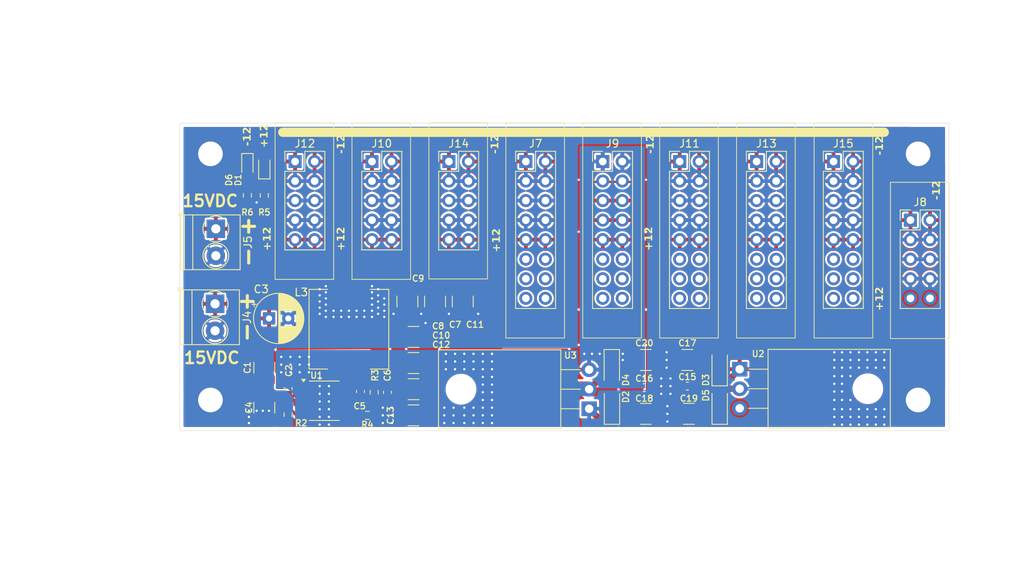
<source format=kicad_pcb>
(kicad_pcb (version 20240108) (generator "pcbnew") (generator_version "8.0")
  (layers (0 "F.Cu" signal) (31 "B.Cu" signal) (34 "B.Paste" user) (35 "F.Paste" user) (36 "B.SilkS" user "B.Silkscreen") (37 "F.SilkS" user "F.Silkscreen") (38 "B.Mask" user) (39 "F.Mask" user) (44 "Edge.Cuts" user))
  (net 0 "")
  (net 1 "-15V")
  (net 2 "+15V")
  (net 3 "Net-(U1-BOOT)")
  (net 4 "GND")
  (net 5 "+12V")
  (net 6 "-12V")
  (net 7 "Net-(U1-RT{slash}SYNC)")
  (net 8 "Net-(U1-FB)")
  (net 40 "Net-(U1-SW)")
  (net 41 "Net-(D1-K)")
  (net 42 "Net-(D6-A)")
  (footprint "Capacitor_SMD:C_0603_1608Metric" (layer "F.Cu") (at 123.5 109.9 90)
    (property "Reference" "C5")
    (property "Value" "0.1uF")
  )
  (footprint "Connector_PinHeader_2.54mm:PinHeader_2x08_P2.54mm_Vertical" (layer "F.Cu") (at 145 80)
    (property "Reference" "J7")
    (property "Value" "Conn_02x08_Odd_Even")
  )
  (footprint "Inductor_SMD:L_Vishay_IHLP-4040" (layer "F.Cu") (at 122 101.8 90)
    (property "Reference" "L3")
    (property "Value" "22uH")
  )
  (footprint "Capacitor_SMD:C_1210_3225Metric_Pad1.33x2.70mm_HandSolder" (layer "F.Cu") (at 130.4 109.6 180)
    (property "Reference" "C12")
    (property "Value" "10uF")
  )
  (footprint "Capacitor_SMD:C_0603_1608Metric" (layer "F.Cu") (at 127 110 90)
    (property "Reference" "C6")
    (property "Value" "0.1uF")
  )
  (footprint "LED_SMD:LED_0603_1608Metric_Pad1.05x0.95mm_HandSolder" (layer "F.Cu") (at 108.8 80.6225 -90)
    (property "Reference" "D6")
    (property "Value" "LED")
  )
  (footprint "Package_TO_SOT_THT:TO-220-3_Horizontal_TabDown" (layer "F.Cu") (at 153.23 112.14 90)
    (property "Reference" "U3")
    (property "Value" "LM7912_TO220")
  )
  (footprint "MountingHole:MountingHole_3.2mm_M3_Pad" (layer "F.Cu") (at 104 79)
    (property "Reference" "H1" (hide yes))
    (property "Value" "MountingHole")
  )
  (footprint "Capacitor_THT:CP_Radial_D6.3mm_P2.50mm" (layer "F.Cu") (at 111.617621 100.4)
    (property "Reference" "C3")
    (property "Value" "220uF")
  )
  (footprint "TerminalBlock_Phoenix:TerminalBlock_Phoenix_PT-1,5-2-3.5-H_1x02_P3.50mm_Horizontal" (layer "F.Cu") (at 104.6 98.5 -90)
    (property "Reference" "J4")
    (property "Value" "Screw_Terminal_01x02")
  )
  (footprint "MountingHole:MountingHole_3.2mm_M3_Pad" (layer "F.Cu") (at 196 111)
    (property "Reference" "H4" (hide yes))
    (property "Value" "MountingHole")
  )
  (footprint "Connector_PinHeader_2.54mm:PinHeader_2x08_P2.54mm_Vertical" (layer "F.Cu") (at 155 80)
    (property "Reference" "J9")
    (property "Value" "Conn_02x08_Odd_Even")
  )
  (footprint "Diode_SMD:D_SOD-123" (layer "F.Cu") (at 170.2 106.8 90)
    (property "Reference" "D3")
    (property "Value" "1N5817")
  )
  (footprint "Capacitor_SMD:C_1210_3225Metric_Pad1.33x2.70mm_HandSolder" (layer "F.Cu") (at 160.6 112.8 180)
    (property "Reference" "C18")
    (property "Value" "10uF")
  )
  (footprint "Resistor_SMD:R_0603_1608Metric_Pad0.98x0.95mm_HandSolder" (layer "F.Cu") (at 124.4 113)
    (property "Reference" "R4")
    (property "Value" "7.5K")
  )
  (footprint "Capacitor_SMD:C_1210_3225Metric_Pad1.33x2.70mm_HandSolder" (layer "F.Cu") (at 133.2 98.2 -90)
    (property "Reference" "C7")
    (property "Value" "10uF")
  )
  (footprint "Connector_PinHeader_2.54mm:PinHeader_2x08_P2.54mm_Vertical" (layer "F.Cu") (at 165 80)
    (property "Reference" "J11")
    (property "Value" "Conn_02x08_Odd_Even")
  )
  (footprint "Capacitor_SMD:C_1210_3225Metric_Pad1.33x2.70mm_HandSolder" (layer "F.Cu") (at 130.4 113 180)
    (property "Reference" "C13")
    (property "Value" "10uF")
  )
  (footprint "Package_SO:SOIC-8-1EP_3.9x4.9mm_P1.27mm_EP2.29x3mm" (layer "F.Cu") (at 118.8 111.1)
    (property "Reference" "U1")
    (property "Value" "~")
  )
  (footprint "Capacitor_SMD:C_1210_3225Metric_Pad1.33x2.70mm_HandSolder" (layer "F.Cu") (at 111 112 -90)
    (property "Reference" "C4")
    (property "Value" "10uF")
  )
  (footprint "LED_SMD:LED_0603_1608Metric_Pad1.05x0.95mm_HandSolder" (layer "F.Cu") (at 111 80.6 90)
    (property "Reference" "D1")
    (property "Value" "LED")
  )
  (footprint "Diode_SMD:D_SOD-123" (layer "F.Cu") (at 156.2 111.8 90)
    (property "Reference" "D2")
    (property "Value" "1N5817")
  )
  (footprint "Capacitor_SMD:C_1210_3225Metric_Pad1.33x2.70mm_HandSolder" (layer "F.Cu") (at 160.6 105.8 180)
    (property "Reference" "C20")
    (property "Value" "10uF")
  )
  (footprint "Connector_PinHeader_2.54mm:PinHeader_2x05_P2.54mm_Vertical" (layer "F.Cu") (at 125 80)
    (property "Reference" "J10")
    (property "Value" "Conn_02x05_Odd_Even")
  )
  (footprint "Diode_SMD:D_SOD-123" (layer "F.Cu") (at 170.2 111.8 90)
    (property "Reference" "D5")
    (property "Value" "1N5817")
  )
  (footprint "Connector_PinHeader_2.54mm:PinHeader_2x05_P2.54mm_Vertical" (layer "F.Cu") (at 115 80)
    (property "Reference" "J12")
    (property "Value" "Conn_02x05_Odd_Even")
  )
  (footprint "Resistor_SMD:R_0603_1608Metric_Pad0.98x0.95mm_HandSolder" (layer "F.Cu") (at 111 84.4 -90)
    (property "Reference" "R5")
    (property "Value" "2K")
  )
  (footprint "Connector_PinHeader_2.54mm:PinHeader_2x05_P2.54mm_Vertical" (layer "F.Cu") (at 195 87.62)
    (property "Reference" "J8")
    (property "Value" "Conn_02x05_Odd_Even")
  )
  (footprint "Resistor_SMD:R_0603_1608Metric_Pad0.98x0.95mm_HandSolder" (layer "F.Cu") (at 125.2875 110 90)
    (property "Reference" "R3")
    (property "Value" "100K")
  )
  (footprint "Capacitor_SMD:C_1210_3225Metric_Pad1.33x2.70mm_HandSolder" (layer "F.Cu") (at 111 106.8 90)
    (property "Reference" "C1")
    (property "Value" "10uF")
  )
  (footprint "Package_TO_SOT_THT:TO-220-3_Horizontal_TabDown" (layer "F.Cu") (at 172.8 107 -90)
    (property "Reference" "U2")
    (property "Value" "LM7812_TO220")
  )
  (footprint "TerminalBlock_Phoenix:TerminalBlock_Phoenix_PT-1,5-2-3.5-H_1x02_P3.50mm_Horizontal" (layer "F.Cu") (at 104.7 88.75 -90)
    (property "Reference" "J5")
    (property "Value" "Screw_Terminal_01x02")
  )
  (footprint "Resistor_SMD:R_0603_1608Metric_Pad0.98x0.95mm_HandSolder" (layer "F.Cu") (at 108.8 84.4 -90)
    (property "Reference" "R6")
    (property "Value" "2K")
  )
  (footprint "MountingHole:MountingHole_3.2mm_M3_Pad" (layer "F.Cu") (at 196 79)
    (property "Reference" "H3" (hide yes))
    (property "Value" "MountingHole")
  )
  (footprint "Diode_SMD:D_SOD-123" (layer "F.Cu") (at 156.1775 106.8 -90)
    (property "Reference" "D4")
    (property "Value" "1N5817")
  )
  (footprint "Capacitor_SMD:C_1210_3225Metric_Pad1.33x2.70mm_HandSolder" (layer "F.Cu") (at 166 105.8 180)
    (property "Reference" "C17")
    (property "Value" "10uF")
  )
  (footprint "Capacitor_SMD:C_0603_1608Metric" (layer "F.Cu") (at 166 109.2 180)
    (property "Reference" "C15")
    (property "Value" "0.1uF")
  )
  (footprint "Capacitor_SMD:C_1210_3225Metric_Pad1.33x2.70mm_HandSolder" (layer "F.Cu") (at 136.8 98.2 -90)
    (property "Reference" "C11")
    (property "Value" "10uF")
  )
  (footprint "Capacitor_SMD:C_1210_3225Metric_Pad1.33x2.70mm_HandSolder" (layer "F.Cu") (at 166.2 112.8 180)
    (property "Reference" "C19")
    (property "Value" "10uF")
  )
  (footprint "Capacitor_SMD:C_0603_1608Metric" (layer "F.Cu") (at 160.4 109.4 180)
    (property "Reference" "C16")
    (property "Value" "0.1uF")
  )
  (footprint "Capacitor_SMD:C_1210_3225Metric_Pad1.33x2.70mm_HandSolder" (layer "F.Cu") (at 130.4 106.2 180)
    (property "Reference" "C10")
    (property "Value" "10uF")
  )
  (footprint "Connector_PinHeader_2.54mm:PinHeader_2x08_P2.54mm_Vertical" (layer "F.Cu") (at 185 80)
    (property "Reference" "J15")
    (property "Value" "Conn_02x08_Odd_Even")
  )
  (footprint "Capacitor_SMD:C_1210_3225Metric_Pad1.33x2.70mm_HandSolder" (layer "F.Cu") (at 129.6 98.2 -90)
    (property "Reference" "C9")
    (property "Value" "10uF")
  )
  (footprint "Capacitor_SMD:C_1210_3225Metric_Pad1.33x2.70mm_HandSolder" (layer "F.Cu") (at 130.4 102.8 180)
    (property "Reference" "C8")
    (property "Value" "10uF")
  )
  (footprint "Connector_PinHeader_2.54mm:PinHeader_2x08_P2.54mm_Vertical" (layer "F.Cu") (at 175 80)
    (property "Reference" "J13")
    (property "Value" "Conn_02x08_Odd_Even")
  )
  (footprint "Resistor_SMD:R_0603_1608Metric_Pad0.98x0.95mm_HandSolder" (layer "F.Cu") (at 114.1 112.9 -90)
    (property "Reference" "R2")
    (property "Value" "R_US")
  )
  (footprint "MountingHole:MountingHole_3.2mm_M3_Pad" (layer "F.Cu") (at 104 111)
    (property "Reference" "H2" (hide yes))
    (property "Value" "MountingHole")
  )
  (footprint "Capacitor_SMD:C_0603_1608Metric" (layer "F.Cu") (at 114.1 109.5 -90)
    (property "Reference" "C2")
    (property "Value" "0.1uF")
  )
  (footprint "Connector_PinHeader_2.54mm:PinHeader_2x05_P2.54mm_Vertical" (layer "F.Cu") (at 135 80)
    (property "Reference" "J14")
    (property "Value" "Conn_02x05_Odd_Even")
  )
  (gr_rect (start 152.4 75) (end 160.02 102.94) (stroke (width 0.1)) (fill none) (layer "F.SilkS"))
  (gr_line (start 113.4 76.2) (end 191.6 76.2) (stroke (width 1.2)) (layer "F.SilkS"))
  (gr_rect (start 122.4 75) (end 130.02 95.32) (stroke (width 0.1)) (fill none) (layer "F.SilkS"))
  (gr_rect (start 162.4 75) (end 170.02 102.94) (stroke (width 0.1)) (fill none) (layer "F.SilkS"))
  (gr_rect (start 142.4 75) (end 150.02 102.94) (stroke (width 0.1)) (fill none) (layer "F.SilkS"))
  (gr_rect (start 192.4 82.7) (end 200.02 103.02) (stroke (width 0.1)) (fill none) (layer "F.SilkS"))
  (gr_rect (start 172.4 75) (end 180.02 102.94) (stroke (width 0.1)) (fill none) (layer "F.SilkS"))
  (gr_rect (start 132.4 74.94) (end 140.02 95.26) (stroke (width 0.1)) (fill none) (layer "F.SilkS"))
  (gr_rect (start 112.4 75) (end 120.02 95.32) (stroke (width 0.1)) (fill none) (layer "F.SilkS"))
  (gr_rect (start 182.48 75) (end 190.1 102.94) (stroke (width 0.1)) (fill none) (layer "F.SilkS"))
  (gr_rect (start 100 75) (end 200 115) (stroke (width 0.05)) (fill none) (layer "Edge.Cuts"))
  (gr_text "-12" (at 161.8 79 90) (layer "F.SilkS") (effects (font (size 1 1) (thickness 0.2) (bold yes)) (justify left bottom)))
  (gr_text "+12" (at 111.6 78.2 90) (layer "F.SilkS") (effects (font (size 1 1) (thickness 0.2) (bold yes)) (justify left bottom)))
  (gr_text "15VDC" (at 100.4 106.4 0) (layer "F.SilkS") (effects (font (size 1.5 1.5) (thickness 0.3) (bold yes)) (justify left bottom)))
  (gr_text "+12" (at 112 91.6 90) (layer "F.SilkS") (effects (font (size 1 1) (thickness 0.2) (bold yes)) (justify left bottom)))
  (gr_text "-12" (at 199 85 90) (layer "F.SilkS") (effects (font (size 1 1) (thickness 0.2) (bold yes)) (justify left bottom)))
  (gr_text "+12" (at 161.6 91.6 90) (layer "F.SilkS") (effects (font (size 1 1) (thickness 0.2) (bold yes)) (justify left bottom)))
  (gr_text "+12" (at 141.8 91.8 90) (layer "F.SilkS") (effects (font (size 1 1) (thickness 0.2) (bold yes)) (justify left bottom)))
  (gr_text "+12" (at 121.6 91.6 90) (layer "F.SilkS") (effects (font (size 1 1) (thickness 0.2) (bold yes)) (justify left bottom)))
  (gr_text "-12" (at 121.6 79 90) (layer "F.SilkS") (effects (font (size 1 1) (thickness 0.2) (bold yes)) (justify left bottom)))
  (gr_text "-12" (at 109.4 78 90) (layer "F.SilkS") (effects (font (size 1 1) (thickness 0.2) (bold yes)) (justify left bottom)))
  (gr_text "-12" (at 191.6 79.2 90) (layer "F.SilkS") (effects (font (size 1 1) (thickness 0.2) (bold yes)) (justify left bottom)))
  (gr_text "-12" (at 141.6 79 90) (layer "F.SilkS") (effects (font (size 1 1) (thickness 0.2) (bold yes)) (justify left bottom)))
  (gr_text "+12" (at 191.6 99.4 90) (layer "F.SilkS") (effects (font (size 1 1) (thickness 0.2) (bold yes)) (justify left bottom)))
  (gr_text "+ -" (at 107.944 86.92381 -90) (layer "F.SilkS") (effects (font (size 2 2) (thickness 0.4) (bold yes)) (justify left bottom)))
  (gr_text "+ -" (at 107.76 96.69 -90) (layer "F.SilkS") (effects (font (size 2 2) (thickness 0.4) (bold yes)) (justify left bottom)))
  (gr_text "15VDC" (at 100.2 86 0) (layer "F.SilkS") (effects (font (size 1.5 1.5) (thickness 0.3) (bold yes)) (justify left bottom)))
  (segment (start 153.13 109.5) (end 151.5 109.5) (width 1.8) (layer "F.Cu") (net 1))
  (segment (start 156.2 110.15) (end 153.78 110.15) (width 0.8) (layer "F.Cu") (net 1))
  (segment (start 156.1775 108.45) (end 154.38 108.45) (width 0.8) (layer "F.Cu") (net 1))
  (segment (start 153.78 110.15) (end 153.23 109.6) (width 0.8) (layer "F.Cu") (net 1))
  (segment (start 154.38 108.45) (end 153.23 109.6) (width 0.8) (layer "F.Cu") (net 1))
  (via (at 118.2 110.2) (size 0.6) (drill 0.3) (layers "F.Cu" "B.Cu") (net 1))
  (via (at 115.6 106.4) (size 0.6) (drill 0.3) (layers "F.Cu" "B.Cu") (net 1))
  (via (at 118.2 114.2) (size 0.6) (drill 0.3) (layers "F.Cu" "B.Cu") (net 1))
  (via (at 137 107) (size 0.6) (drill 0.3) (layers "F.Cu" "B.Cu") (net 1))
  (via (at 118.2 112.2) (size 0.6) (drill 0.3) (layers "F.Cu" "B.Cu") (net 1))
  (via (at 139.4 111) (size 0.6) (drill 0.3) (layers "F.Cu" "B.Cu") (net 1))
  (via (at 119.4 113.2) (size 0.6) (drill 0.3) (layers "F.Cu" "B.Cu") (net 1))
  (via (at 140.6 106) (size 0.6) (drill 0.3) (layers "F.Cu" "B.Cu") (net 1))
  (via (at 135.8 106) (size 0.6) (drill 0.3) (layers "F.Cu" "B.Cu") (net 1))
  (via (at 113.2 105.4) (size 0.6) (drill 0.3) (layers "F.Cu" "B.Cu") (net 1))
  (via (at 134.4 114) (size 0.6) (drill 0.3) (layers "F.Cu" "B.Cu") (net 1))
  (via (at 126.4 112) (size 0.6) (drill 0.3) (layers "F.Cu" "B.Cu") (net 1))
  (via (at 118.2 109.2) (size 0.6) (drill 0.3) (layers "F.Cu" "B.Cu") (net 1))
  (via (at 135.8 105) (size 0.6) (drill 0.3) (layers "F.Cu" "B.Cu") (net 1))
  (via (at 116.8 106.4) (size 0.6) (drill 0.3) (layers "F.Cu" "B.Cu") (net 1))
  (via (at 119.4 112.2) (size 0.6) (drill 0.3) (layers "F.Cu" "B.Cu") (net 1))
  (via (at 140.6 110) (size 0.6) (drill 0.3) (layers "F.Cu" "B.Cu") (net 1))
  (via (at 140.6 108) (size 0.6) (drill 0.3) (layers "F.Cu" "B.Cu") (net 1))
  (via (at 137 105) (size 0.6) (drill 0.3) (layers "F.Cu" "B.Cu") (net 1))
  (via (at 140.6 112) (size 0.6) (drill 0.3) (layers "F.Cu" "B.Cu") (net 1))
  (via (at 140.6 113) (size 0.6) (drill 0.3) (layers "F.Cu" "B.Cu") (net 1))
  (via (at 137 113) (size 0.6) (drill 0.3) (layers "F.Cu" "B.Cu") (net 1))
  (via (at 127.6 112) (size 0.6) (drill 0.3) (layers "F.Cu" "B.Cu") (net 1))
  (via (at 116.8 107.4) (size 0.6) (drill 0.3) (layers "F.Cu" "B.Cu") (net 1))
  (via (at 134.4 113) (size 0.6) (drill 0.3) (layers "F.Cu" "B.Cu") (net 1))
  (via (at 140.6 107) (size 0.6) (drill 0.3) (layers "F.Cu" "B.Cu") (net 1))
  (via (at 119.4 111.2) (size 0.6) (drill 0.3) (layers "F.Cu" "B.Cu") (net 1))
  (via (at 140.6 114) (size 0.6) (drill 0.3) (layers "F.Cu" "B.Cu") (net 1))
  (via (at 118.2 113.2) (size 0.6) (drill 0.3) (layers "F.Cu" "B.Cu") (net 1))
  (via (at 134.6 105) (size 0.6) (drill 0.3) (layers "F.Cu" "B.Cu") (net 1))
  (via (at 139.4 113) (size 0.6) (drill 0.3) (layers "F.Cu" "B.Cu") (net 1))
  (via (at 113.2 106.4) (size 0.6) (drill 0.3) (layers "F.Cu" "B.Cu") (net 1))
  (via (at 119.4 109.2) (size 0.6) (drill 0.3) (layers "F.Cu" "B.Cu") (net 1))
  (via (at 139.4 107) (size 0.6) (drill 0.3) (layers "F.Cu" "B.Cu") (net 1))
  (via (at 134.4 112) (size 0.6) (drill 0.3) (layers "F.Cu" "B.Cu") (net 1))
  (via (at 137 112) (size 0.6) (drill 0.3) (layers "F.Cu" "B.Cu") (net 1))
  (via (at 118.2 108.2) (size 0.6) (drill 0.3) (layers "F.Cu" "B.Cu") (net 1))
  (via (at 119.4 110.2) (size 0.6) (drill 0.3) (layers "F.Cu" "B.Cu") (net 1))
  (via (at 126.4 113) (size 0.6) (drill 0.3) (layers "F.Cu" "B.Cu") (net 1))
  (via (at 140.6 111) (size 0.6) (drill 0.3) (layers "F.Cu" "B.Cu") (net 1))
  (via (at 139.4 108) (size 0.6) (drill 0.3) (layers "F.Cu" "B.Cu") (net 1))
  (via (at 137 106) (size 0.6) (drill 0.3) (layers "F.Cu" "B.Cu") (net 1))
  (via (at 135.8 107) (size 0.6) (drill 0.3) (layers "F.Cu" "B.Cu") (net 1))
  (via (at 138.2 107) (size 0.6) (drill 0.3) (layers "F.Cu" "B.Cu") (net 1))
  (via (at 139.4 112) (size 0.6) (drill 0.3) (layers "F.Cu" "B.Cu") (net 1))
  (via (at 119.4 114.2) (size 0.6) (drill 0.3) (layers "F.Cu" "B.Cu") (net 1))
  (via (at 116.8 105.4) (size 0.6) (drill 0.3) (layers "F.Cu" "B.Cu") (net 1))
  (via (at 138.2 114) (size 0.6) (drill 0.3) (layers "F.Cu" "B.Cu") (net 1))
  (via (at 137 114) (size 0.6) (drill 0.3) (layers "F.Cu" "B.Cu") (net 1))
  (via (at 134.6 107) (size 0.6) (drill 0.3) (layers "F.Cu" "B.Cu") (net 1))
  (via (at 127.6 113) (size 0.6) (drill 0.3) (layers "F.Cu" "B.Cu") (net 1))
  (via (at 139.4 106) (size 0.6) (drill 0.3) (layers "F.Cu" "B.Cu") (net 1))
  (via (at 113.2 107.4) (size 0.6) (drill 0.3) (layers "F.Cu" "B.Cu") (net 1))
  (via (at 115.6 105.4) (size 0.6) (drill 0.3) (layers "F.Cu" "B.Cu") (net 1))
  (via (at 127.6 114) (size 0.6) (drill 0.3) (layers "F.Cu" "B.Cu") (net 1))
  (via (at 138.2 106) (size 0.6) (drill 0.3) (layers "F.Cu" "B.Cu") (net 1))
  (via (at 135.6 113) (size 0.6) (drill 0.3) (layers "F.Cu" "B.Cu") (net 1))
  (via (at 114.4 105.4) (size 0.6) (drill 0.3) (layers "F.Cu" "B.Cu") (net 1))
  (via (at 139.4 109) (size 0.6) (drill 0.3) (layers "F.Cu" "B.Cu") (net 1))
  (via (at 135.6 112) (size 0.6) (drill 0.3) (layers "F.Cu" "B.Cu") (net 1))
  (via (at 139.4 105) (size 0.6) (drill 0.3) (layers "F.Cu" "B.Cu") (net 1))
  (via (at 114.4 107.4) (size 0.6) (drill 0.3) (layers "F.Cu" "B.Cu") (net 1))
  (via (at 115.6 107.4) (size 0.6) (drill 0.3) (layers "F.Cu" "B.Cu") (net 1))
  (via (at 138.2 113) (size 0.6) (drill 0.3) (layers "F.Cu" "B.Cu") (net 1))
  (via (at 138.2 112) (size 0.6) (drill 0.3) (layers "F.Cu" "B.Cu") (net 1))
  (via (at 114.4 106.4) (size 0.6) (drill 0.3) (layers "F.Cu" "B.Cu") (net 1))
  (via (at 135.6 114) (size 0.6) (drill 0.3) (layers "F.Cu" "B.Cu") (net 1))
  (via (at 118.2 111.2) (size 0.6) (drill 0.3) (layers "F.Cu" "B.Cu") (net 1))
  (via (at 126.4 114) (size 0.6) (drill 0.3) (layers "F.Cu" "B.Cu") (net 1))
  (via (at 138.2 105) (size 0.6) (drill 0.3) (layers "F.Cu" "B.Cu") (net 1))
  (via (at 134.6 106) (size 0.6) (drill 0.3) (layers "F.Cu" "B.Cu") (net 1))
  (via (at 140.6 105) (size 0.6) (drill 0.3) (layers "F.Cu" "B.Cu") (net 1))
  (via (at 139.4 114) (size 0.6) (drill 0.3) (layers "F.Cu" "B.Cu") (net 1))
  (via (at 139.4 110) (size 0.6) (drill 0.3) (layers "F.Cu" "B.Cu") (net 1))
  (via (at 140.6 109) (size 0.6) (drill 0.3) (layers "F.Cu" "B.Cu") (net 1))
  (segment (start 153.23 109.6) (end 151.1 109.6) (width 1.8) (layer "B.Cu") (net 1))
  (segment (start 114.29 110.465) (end 114.1 110.275) (width 0.4) (layer "F.Cu") (net 2))
  (segment (start 111 108.3625) (end 111 110.4375) (width 1.2) (layer "F.Cu") (net 2))
  (segment (start 116.325 110.465) (end 114.29 110.465) (width 0.4) (layer "F.Cu") (net 2))
  (segment (start 114.975 111.575) (end 114.975 111.15) (width 0.4) (layer "F.Cu") (net 2))
  (segment (start 115.135 111.735) (end 114.975 111.575) (width 0.4) (layer "F.Cu") (net 2))
  (segment (start 111 110.4375) (end 111.6625 110.4375) (width 0.8) (layer "F.Cu") (net 2))
  (segment (start 171.35 108.45) (end 172.8 107) (width 0.8) (layer "F.Cu") (net 2))
  (segment (start 112.6 110.3) (end 112.625 110.275) (width 0.8) (layer "F.Cu") (net 2))
  (segment (start 170.2 108.45) (end 171.35 108.45) (width 0.8) (layer "F.Cu") (net 2))
  (segment (start 111.8 110.3) (end 112.6 110.3) (width 0.8) (layer "F.Cu") (net 2))
  (segment (start 112.625 110.275) (end 114.1 110.275) (width 0.8) (layer "F.Cu") (net 2))
  (segment (start 114.975 111.15) (end 114.1 110.275) (width 0.4) (layer "F.Cu") (net 2))
  (segment (start 116.325 111.735) (end 115.135 111.735) (width 0.4) (layer "F.Cu") (net 2))
  (segment (start 111.6625 110.4375) (end 111.8 110.3) (width 0.8) (layer "F.Cu") (net 2))
  (segment (start 123.29 110.465) (end 123.5 110.675) (width 0.4) (layer "F.Cu") (net 3))
  (segment (start 121.275 110.465) (end 123.29 110.465) (width 0.4) (layer "F.Cu") (net 3))
  (segment (start 171.46 109.54) (end 172.8 109.54) (width 0.8) (layer "F.Cu") (net 4))
  (segment (start 111 85.3125) (end 110 85.3125) (width 0.4) (layer "F.Cu") (net 4))
  (segment (start 131.9625 104.6) (end 131.9625 101) (width 1.2) (layer "F.Cu") (net 4))
  (segment (start 138.7625 99.7625) (end 138.8 99.8) (width 1.2) (layer "F.Cu") (net 4))
  (segment (start 133.2 99.7625) (end 131.4375 99.7625) (width 1.2) (layer "F.Cu") (net 4))
  (segment (start 156.2 113.45) (end 154.54 113.45) (width 0.8) (layer "F.Cu") (net 4))
  (segment (start 136.8 99.7625) (end 138.7625 99.7625) (width 1.2) (layer "F.Cu") (net 4))
  (segment (start 170.2 110.15) (end 170.85 110.15) (width 0.8) (layer "F.Cu") (net 4))
  (segment (start 134.9625 99.7625) (end 135 99.8) (width 1.2) (layer "F.Cu") (net 4))
  (segment (start 131.9625 102.8) (end 131.9625 101) (width 1.2) (layer "F.Cu") (net 4))
  (segment (start 125.2875 109.0875) (end 125.4 108.975) (width 0.8) (layer "F.Cu") (net 4))
  (segment (start 127 109.225) (end 125.425 109.225) (width 0.8) (layer "F.Cu") (net 4))
  (segment (start 131.4375 99.7625) (end 131.4 99.8) (width 1.2) (layer "F.Cu") (net 4))
  (segment (start 125.4 108.975) (end 125.4 108) (width 0.8) (layer "F.Cu") (net 4))
  (segment (start 131.9625 108) (end 131.9625 104.6) (width 1.2) (layer "F.Cu") (net 4))
  (segment (start 133.2 99.7625) (end 134.9625 99.7625) (width 1.2) (layer "F.Cu") (net 4))
  (segment (start 131.9625 106.2) (end 131.9625 104.6) (width 1.2) (layer "F.Cu") (net 4))
  (segment (start 154.54 113.45) (end 153.23 112.14) (width 0.8) (layer "F.Cu") (net 4))
  (segment (start 131.9625 109.6) (end 131.9625 108) (width 1.2) (layer "F.Cu") (net 4))
  (segment (start 108.8 85.3125) (end 110 85.3125) (width 0.4) (layer "F.Cu") (net 4))
  (segment (start 131.9625 101) (end 133.2 99.7625) (width 1.2) (layer "F.Cu") (net 4))
  (segment (start 131.9625 111.4) (end 131.9625 108) (width 1.2) (layer "F.Cu") (net 4))
  (segment (start 131.9625 113) (end 131.9625 111.4) (width 1.2) (layer "F.Cu") (net 4))
  (segment (start 170.85 110.15) (end 171.46 109.54) (width 0.8) (layer "F.Cu") (net 4))
  (segment (start 125.425 109.225) (end 125.2875 109.0875) (width 0.8) (layer "F.Cu") (net 4))
  (via (at 185.1 114.2) (size 0.6) (drill 0.3) (layers "F.Cu" "B.Cu") (net 4))
  (via (at 186.1 109.9) (size 0.6) (drill 0.3) (layers "F.Cu" "B.Cu") (net 4))
  (via (at 187.2 114.2) (size 0.6) (drill 0.3) (layers "F.Cu" "B.Cu") (net 4))
  (via (at 124 99.4) (size 0.6) (drill 0.3) (layers "F.Cu" "B.Cu") (net 4))
  (via (at 109 112.4) (size 0.6) (drill 0.3) (layers "F.Cu" "B.Cu") (net 4))
  (via (at 121 100.2) (size 0.6) (drill 0.3) (layers "F.Cu" "B.Cu") (net 4))
  (via (at 189.4 104.8) (size 0.6) (drill 0.3) (layers "F.Cu" "B.Cu") (net 4))
  (via (at 186.1 105.8) (size 0.6) (drill 0.3) (layers "F.Cu" "B.Cu") (net 4))
  (via (at 111.6 112.4) (size 0.6) (drill 0.3) (layers "F.Cu" "B.Cu") (net 4))
  (via (at 119 98.6) (size 0.6) (drill 0.3) (layers "F.Cu" "B.Cu") (net 4))
  (via (at 186.1 114.2) (size 0.6) (drill 0.3) (layers "F.Cu" "B.Cu") (net 4))
  (via (at 120 99.4) (size 0.6) (drill 0.3) (layers "F.Cu" "B.Cu") (net 4))
  (via (at 162.6 108.2) (size 0.6) (drill 0.3) (layers "F.Cu" "B.Cu") (net 4))
  (via (at 186.1 106.8) (size 0.6) (drill 0.3) (layers "F.Cu" "B.Cu") (net 4))
  (via (at 187.2 105.8) (size 0.6) (drill 0.3) (layers "F.Cu" "B.Cu") (net 4))
  (via (at 185.1 105.8) (size 0.6) (drill 0.3) (layers "F.Cu" "B.Cu") (net 4))
  (via (at 190.5 114.2) (size 0.6) (drill 0.3) (layers "F.Cu" "B.Cu") (net 4))
  (via (at 122 99.4) (size 0.6) (drill 0.3) (layers "F.Cu" "B.Cu") (net 4))
  (via (at 125.8 96.6) (size 0.6) (drill 0.3) (layers "F.Cu" "B.Cu") (net 4))
  (via (at 126.6 100.2) (size 0.6) (drill 0.3) (layers "F.Cu" "B.Cu") (net 4))
  (via (at 186.1 108.9) (size 0.6) (drill 0.3) (layers "F.Cu" "B.Cu") (net 4))
  (via (at 163.8 110.2) (size 0.6) (drill 0.3) (layers "F.Cu" "B.Cu") (net 4))
  (via (at 119 96.2) (size 0.6) (drill 0.3) (layers "F.Cu" "B.Cu") (net 4))
  (via (at 109 113.2) (size 0.6) (drill 0.3) (layers "F.Cu" "B.Cu") (net 4))
  (via (at 185.1 104.8) (size 0.6) (drill 0.3) (layers "F.Cu" "B.Cu") (net 4))
  (via (at 186.1 111) (size 0.6) (drill 0.3) (layers "F.Cu" "B.Cu") (net 4))
  (via (at 163.8 108.2) (size 0.6) (drill 0.3) (layers "F.Cu" "B.Cu") (net 4))
  (via (at 118.2 99.8) (size 0.6) (drill 0.3) (layers "F.Cu" "B.Cu") (net 4))
  (via (at 122 100.2) (size 0.6) (drill 0.3) (layers "F.Cu" "B.Cu") (net 4))
  (via (at 189.4 114.2) (size 0.6) (drill 0.3) (layers "F.Cu" "B.Cu") (net 4))
  (via (at 125 99.4) (size 0.6) (drill 0.3) (layers "F.Cu" "B.Cu") (net 4))
  (via (at 119 100.2) (size 0.6) (drill 0.3) (layers "F.Cu" "B.Cu") (net 4))
  (via (at 163.4 113.8) (size 0.6) (drill 0.3) (layers "F.Cu" "B.Cu") (net 4))
  (via (at 188.3 112.2) (size 0.6) (drill 0.3) (layers "F.Cu" "B.Cu") (net 4))
  (via (at 126.6 97.8) (size 0.6) (drill 0.3) (layers "F.Cu" "B.Cu") (net 4))
  (via (at 188.3 105.8) (size 0.6) (drill 0.3) (layers "F.Cu" "B.Cu") (net 4))
  (via (at 163.4 111.8) (size 0.6) (drill 0.3) (layers "F.Cu" "B.Cu") (net 4))
  (via (at 125.8 97.4) (size 0.6) (drill 0.3) (layers "F.Cu" "B.Cu") (net 4))
  (via (at 190.5 112.2) (size 0.6) (drill 0.3) (layers "F.Cu" "B.Cu") (net 4))
  (via (at 185.1 107.9) (size 0.6) (drill 0.3) (layers "F.Cu" "B.Cu") (net 4))
  (via (at 186.1 104.8) (size 0.6) (drill 0.3) (layers "F.Cu" "B.Cu") (net 4))
  (via (at 191.6 112.2) (size 0.6) (drill 0.3) (layers "F.Cu" "B.Cu") (net 4))
  (via (at 185.1 113.2) (size 0.6) (drill 0.3) (layers "F.Cu" "B.Cu") (net 4))
  (via (at 162.6 110.2) (size 0.6) (drill 0.3) (layers "F.Cu" "B.Cu") (net 4))
  (via (at 189.4 112.2) (size 0.6) (drill 0.3) (layers "F.Cu" "B.Cu") (net 4))
  (via (at 121 99.4) (size 0.6) (drill 0.3) (layers "F.Cu" "B.Cu") (net 4))
  (via (at 125 98.6) (size 0.6) (drill 0.3) (layers "F.Cu" "B.Cu") (net 4))
  (via (at 187.2 107.9) (size 0.6) (drill 0.3) (layers "F.Cu" "B.Cu") (net 4))
  (via (at 163.3 104.8) (size 0.6) (drill 0.3) (layers "F.Cu" "B.Cu") (net 4))
  (via (at 163.4 112.8) (size 0.6) (drill 0.3) (layers "F.Cu" "B.Cu") (net 4))
  (via (at 188.3 104.8) (size 0.6) (drill 0.3) (layers "F.Cu" "B.Cu") (net 4))
  (via (at 189.4 113.2) (size 0.6) (drill 0.3) (layers "F.Cu" "B.Cu") (net 4))
  (via (at 163.3 105.8) (size 0.6) (drill 0.3) (layers "F.Cu" "B.Cu") (net 4))
  (via (at 125 100.2) (size 0.6) (drill 0.3) (layers "F.Cu" "B.Cu") (net 4))
  (via (at 118.2 98.2) (size 0.6) (drill 0.3) (layers "F.Cu" "B.Cu") (net 4))
  (via (at 119 97) (size 0.6) (drill 0.3) (layers "F.Cu" "B.Cu") (net 4))
  (via (at 187.2 104.8) (size 0.6) (drill 0.3) (layers "F.Cu" "B.Cu") (net 4))
  (via (at 110.8 112.4) (size 0.6) (drill 0.3) (layers "F.Cu" "B.Cu") (net 4))
  (via (at 127.8 99.8) (size 0.6) (drill 0.3) (layers "F.Cu" "B.Cu") (net 4))
  (via (at 185.1 111) (size 0.6) (drill 0.3) (layers "F.Cu" "B.Cu") (net 4))
  (via (at 125 97.8) (size 0.6) (drill 0.3) (layers "F.Cu" "B.Cu") (net 4))
  (via (at 188.3 114.2) (size 0.6) (drill 0.3) (layers "F.Cu" "B.Cu") (net 4))
  (via (at 190.5 106.8) (size 0.6) (drill 0.3) (layers "F.Cu" "B.Cu") (net 4))
  (via (at 124 100.2) (size 0.6) (drill 0.3) (layers "F.Cu" "B.Cu") (net 4))
  (via (at 185.1 108.9) (size 0.6) (drill 0.3) (layers "F.Cu" "B.Cu") (net 4))
  (via (at 118.2 99) (size 0.6) (drill 0.3) (layers "F.Cu" "B.Cu") (net 4))
  (via (at 188.3 113.2) (size 0.6) (drill 0.3) (layers "F.Cu" "B.Cu") (net 4))
  (via (at 185.1 106.8) (size 0.6) (drill 0.3) (layers "F.Cu" "B.Cu") (net 4))
  (via (at 187.2 112.2) (size 0.6) (drill 0.3) (layers "F.Cu" "B.Cu") (net 4))
  (via (at 123 100.2) (size 0.6) (drill 0.3) (layers "F.Cu" "B.Cu") (net 4))
  (via (at 119 99.4) (size 0.6) (drill 0.3) (layers "F.Cu" "B.Cu") (net 4))
  (via (at 190.5 105.8) (size 0.6) (drill 0.3) (layers "F.Cu" "B.Cu") (net 4))
  (via (at 123 99.4) (size 0.6) (drill 0.3) (layers "F.Cu" "B.Cu") (net 4))
  (via (at 190.5 113.2) (size 0.6) (drill 0.3) (layers "F.Cu" "B.Cu") (net 4))
  (via (at 131.4 99.8) (size 0.6) (drill 0.3) (layers "F.Cu" "B.Cu") (net 4))
  (via (at 119 97.8) (size 0.6) (drill 0.3) (layers "F.Cu" "B.Cu") (net 4))
  (via (at 109 114) (size 0.6) (drill 0.3) (layers "F.Cu" "B.Cu") (net 4))
  (via (at 187.2 113.2) (size 0.6) (drill 0.3) (layers "F.Cu" "B.Cu") (net 4))
  (via (at 135 99.8) (size 0.6) (drill 0.3) (layers "F.Cu" "B.Cu") (net 4))
  (via (at 191.6 114.2) (size 0.6) (drill 0.3) (layers "F.Cu" "B.Cu") (net 4))
  (via (at 189.4 105.8) (size 0.6) (drill 0.3) (layers "F.Cu" "B.Cu") (net 4))
  (via (at 138.8 99.8) (size 0.6) (drill 0.3) (layers "F.Cu" "B.Cu") (net 4))
  (via (at 186.1 112.2) (size 0.6) (drill 0.3) (layers "F.Cu" "B.Cu") (net 4))
  (via (at 126.6 98.6) (size 0.6) (drill 0.3) (layers "F.Cu" "B.Cu") (net 4))
  (via (at 191.6 106.8) (size 0.6) (drill 0.3) (layers "F.Cu" "B.Cu") (net 4))
  (via (at 187.2 106.8) (size 0.6) (drill 0.3) (layers "F.Cu" "B.Cu") (net 4))
  (via (at 191.6 104.8) (size 0.6) (drill 0.3) (layers "F.Cu" "B.Cu") (net 4))
  (via (at 110 85.3125) (size 0.6) (drill 0.3) (layers "F.Cu" "B.Cu") (net 4))
  (via (at 120 100.2) (size 0.6) (drill 0.3) (layers "F.Cu" "B.Cu") (net 4))
  (via (at 118.2 96.6) (size 0.6) (drill 0.3) (layers "F.Cu" "B.Cu") (net 4))
  (via (at 131.9625 101) (size 0.6) (drill 0.3) (layers "F.Cu" "B.Cu") (net 4))
  (via (at 189.4 106.8) (size 0.6) (drill 0.3) (layers "F.Cu" "B.Cu") (net 4))
  (via (at 126.6 99.4) (size 0.6) (drill 0.3) (layers "F.Cu" "B.Cu") (net 4))
  (via (at 191.6 105.8) (size 0.6) (drill 0.3) (layers "F.Cu" "B.Cu") (net 4))
  (via (at 125 97) (size 0.6) (drill 0.3) (layers "F.Cu" "B.Cu") (net 4))
  (via (at 190.5 104.8) (size 0.6) (drill 0.3) (layers "F.Cu" "B.Cu") (net 4))
  (via (at 110 112.4) (size 0.6) (drill 0.3) (layers "F.Cu" "B.Cu") (net 4))
  (via (at 186.1 107.9) (size 0.6) (drill 0.3) (layers "F.Cu" "B.Cu") (net 4))
  (via (at 163.3 106.8) (size 0.6) (drill 0.3) (layers "F.Cu" "B.Cu") (net 4))
  (via (at 186.1 113.2) (size 0.6) (drill 0.3) (layers "F.Cu" "B.Cu") (net 4))
  (via (at 125 96.2) (size 0.6) (drill 0.3) (layers "F.Cu" "B.Cu") (net 4))
  (via (at 125.8 99.8) (size 0.6) (drill 0.3) (layers "F.Cu" "B.Cu") (net 4))
  (via (at 163.8 109.2) (size 0.6) (drill 0.3) (layers "F.Cu" "B.Cu") (net 4))
  (via (at 191.6 113.2) (size 0.6) (drill 0.3) (layers "F.Cu" "B.Cu") (net 4))
  (via (at 185.1 112.2) (size 0.6) (drill 0.3) (layers "F.Cu" "B.Cu") (net 4))
  (via (at 188.3 106.8) (size 0.6) (drill 0.3) (layers "F.Cu" "B.Cu") (net 4))
  (via (at 187.2 111) (size 0.6) (drill 0.3) (layers "F.Cu" "B.Cu") (net 4))
  (via (at 125.8 99) (size 0.6) (drill 0.3) (layers "F.Cu" "B.Cu") (net 4))
  (via (at 125.8 98.2) (size 0.6) (drill 0.3) (layers "F.Cu" "B.Cu") (net 4))
  (via (at 185.1 109.9) (size 0.6) (drill 0.3) (layers "F.Cu" "B.Cu") (net 4))
  (via (at 118.2 97.4) (size 0.6) (drill 0.3) (layers "F.Cu" "B.Cu") (net 4))
  (via (at 162.6 109.2) (size 0.6) (drill 0.3) (layers "F.Cu" "B.Cu") (net 4))
  (segment (start 168.2125 105.15) (end 167.5625 105.8) (width 0.8) (layer "F.Cu") (net 5))
  (segment (start 112.5 80.5) (end 112.5 89.5) (width 0.4) (layer "F.Cu") (net 5))
  (segment (start 170.2 105.15) (end 168.2125 105.15) (width 0.8) (layer "F.Cu") (net 5))
  (segment (start 170.2 113.45) (end 171.43 113.45) (width 0.8) (layer "F.Cu") (net 5))
  (segment (start 171.43 113.45) (end 172.8 112.08) (width 0.8) (layer "F.Cu") (net 5))
  (segment (start 112.5 89.5) (end 113.16 90.16) (width 0.4) (layer "F.Cu") (net 5))
  (segment (start 111 79.725) (end 111.725 79.725) (width 0.4) (layer "F.Cu") (net 5))
  (segment (start 111.725 79.725) (end 112.5 80.5) (width 0.4) (layer "F.Cu") (net 5))
  (segment (start 113.16 90.16) (end 115 90.16) (width 0.4) (layer "F.Cu") (net 5))
  (segment (start 112 78.5) (end 113.5 80) (width 0.4) (layer "F.Cu") (net 6))
  (segment (start 110 78.5) (end 112 78.5) (width 0.4) (layer "F.Cu") (net 6))
  (segment (start 108.8 79.7475) (end 108.8 79.7) (width 0.4) (layer "F.Cu") (net 6))
  (segment (start 108.8 79.7) (end 110 78.5) (width 0.4) (layer "F.Cu") (net 6))
  (segment (start 113.5 80) (end 115 80) (width 0.4) (layer "F.Cu") (net 6))
  (via (at 152.6 105) (size 0.6) (drill 0.3) (layers "F.Cu" "B.Cu") (net 6))
  (via (at 157.6 105) (size 0.6) (drill 0.3) (layers "F.Cu" "B.Cu") (net 6))
  (via (at 157.6 105.8) (size 0.6) (drill 0.3) (layers "F.Cu" "B.Cu") (net 6))
  (via (at 153.6 105) (size 0.6) (drill 0.3) (layers "F.Cu" "B.Cu") (net 6))
  (via (at 154.6 105) (size 0.6) (drill 0.3) (layers "F.Cu" "B.Cu") (net 6))
  (segment (start 114.1875 111.9875) (end 115.205 113.005) (width 0.4) (layer "F.Cu") (net 7))
  (segment (start 114.1 111.9875) (end 114.1875 111.9875) (width 0.4) (layer "F.Cu") (net 7))
  (segment (start 115.205 113.005) (end 116.325 113.005) (width 0.4) (layer "F.Cu") (net 7))
  (segment (start 121.28 113) (end 121.275 113.005) (width 0.4) (layer "F.Cu") (net 8))
  (segment (start 125.2875 111.2) (end 123.4875 113) (width 0.4) (layer "F.Cu") (net 8))
  (segment (start 123.4875 113) (end 121.28 113) (width 0.4) (layer "F.Cu") (net 8))
  (segment (start 125.2875 110.9125) (end 125.2875 111.2) (width 0.4) (layer "F.Cu") (net 8))
  (segment (start 111 81.475) (end 111 83.4875) (width 0.4) (layer "F.Cu") (net 41))
  (segment (start 108.8 83.4875) (end 108.8 81.4975) (width 0.4) (layer "F.Cu") (net 42))
  (zone (net 5) (net_name "+12V") (layer "F.Cu") (priority 3) (connect_pads yes (clearance 0.3)) (min_thickness 0.25) (fill yes (thermal_gap 0.3) (thermal_bridge_width 0.5))
    (polygon (pts (xy 166 104) (xy 166 115) (xy 200 115) (xy 200 96.2) (xy 192 96.2) (xy 188.6 99.2) (xy 175 99.2) (xy 175 104)))
  )
  (zone (net 4) (net_name "GND") (layer "F.Cu") (priority 2) (connect_pads thru_hole_only (clearance 0.25)) (min_thickness 0.25) (fill yes (thermal_gap 0.3) (thermal_bridge_width 0.5))
    (polygon (pts (xy 100 111.2) (xy 112.4 111.2) (xy 112.5 115) (xy 100 115)))
  )
  (zone (net 2) (net_name "+15V") (layer "F.Cu") (priority 5) (connect_pads thru_hole_only (clearance 0.3)) (min_thickness 0.25) (fill yes (thermal_gap 0.3) (thermal_bridge_width 0.5))
    (polygon (pts (xy 109.6 99.8) (xy 111.6 99.8) (xy 111.6 100.8) (xy 113.6 100.8) (xy 118.6 95.6) (xy 125 95.6) (xy 126.8 97.1) (xy 127.4 97.5) (xy 127.6 97.6) (xy 139.8 97.6) (xy 139.8 101.8) (xy 142 104) (xy 168.2 104) (xy 168.8 104.6) (xy 168.8 105.8) (xy 169.8 106.8) (xy 170.6 106.8) (xy 170.6 108.2) (xy 175 108.2) (xy 175 99.4) (xy 145.8 99.4) (xy 143.6 97.4) (xy 143.6 93) (xy 109.6 93)))
  )
  (zone (net 5) (net_name "+12V") (layer "F.Cu") (priority 1) (connect_pads thru_hole_only (clearance 0.25)) (min_thickness 0.25) (fill yes (thermal_gap 0.3) (thermal_bridge_width 0.5))
    (polygon (pts (xy 111.8 89) (xy 111.8 92.8) (xy 143.8 92.8) (xy 143.8 97.2) (xy 146 99.2) (xy 200 99.4) (xy 200 93) (xy 190.5 93) (xy 190.5 89) (xy 140.5 89) (xy 130 89)))
  )
  (zone (net 4) (net_name "GND") (layer "F.Cu") (priority 8) (connect_pads thru_hole_only (clearance 0.3)) (min_thickness 0.25) (fill yes (thermal_gap 0.3) (thermal_bridge_width 0.5))
    (polygon (pts (xy 160.6 104) (xy 166 104) (xy 166 115) (xy 160.6 115)))
  )
  (zone (net 40) (net_name "Net-(U1-SW)") (layer "F.Cu") (priority 7) (connect_pads yes (clearance 0.3)) (min_thickness 0.25) (fill yes (thermal_gap 0.3) (thermal_bridge_width 0.5))
    (polygon (pts (xy 119.4 105) (xy 124 105) (xy 124 109.6) (xy 120.4 109.6) (xy 120.2 109.4) (xy 120.2 108.4) (xy 119.6 107.8) (xy 119.4 107.8)))
  )
  (zone (net 1) (net_name "-15V") (layer "F.Cu") (priority 4) (connect_pads thru_hole_only (clearance 0.3)) (min_thickness 0.25) (fill yes (thermal_gap 0.3) (thermal_bridge_width 0.5))
    (polygon (pts (xy 112 107) (xy 110.1 107) (xy 109.4 106.4) (xy 109.4 104.5) (xy 116.4 104.5) (xy 119.4 104.4) (xy 119.4 107.2) (xy 119.4 107.8) (xy 119.6 107.8) (xy 120 108.2) (xy 120 113.4) (xy 124.8 113.4) (xy 124.8 107.2) (xy 127.4 107.2) (xy 127.4 101.2) (xy 139.2 101.2) (xy 142 104) (xy 150.8 104) (xy 150.8 107.6) (xy 151.8 108.4) (xy 154.6 108.4) (xy 155.4 108) (xy 157.2 108) (xy 157.2 115) (xy 112.5 115) (xy 112.5 107.5)))
  )
  (zone (net 2) (net_name "+15V") (layer "F.Cu") (connect_pads thru_hole_only (clearance 0.3)) (min_thickness 0.25) (fill yes (thermal_gap 0.3) (thermal_bridge_width 0.5))
    (polygon (pts (xy 100 86.4) (xy 111.6 86.4) (xy 111.6 97.6) (xy 112.6 98.6) (xy 112.6 104.5) (xy 109.4 106.4) (xy 110.1 107) (xy 112 107) (xy 112.5 107.5) (xy 112.4 111.2) (xy 100 111.2)))
  )
  (zone (net 4) (net_name "GND") (layer "F.Cu") (priority 8) (connect_pads thru_hole_only (clearance 0.25)) (min_thickness 0.25) (fill yes (thermal_gap 0.3) (thermal_bridge_width 0.5))
    (polygon (pts (xy 184.2 104.4) (xy 192.4 104.4) (xy 192.4 114.6) (xy 184.2 114.6)))
  )
  (zone (net 6) (net_name "-12V") (layer "F.Cu") (priority 5) (connect_pads thru_hole_only (clearance 0.3)) (min_thickness 0.25) (fill yes (thermal_gap 0.3) (thermal_bridge_width 0.5) (island_removal_mode 1) (island_area_min 10))
    (polygon (pts (xy 150.8 104) (xy 160.6 104) (xy 160.6 115) (xy 157.2 115) (xy 157.2 108) (xy 154.4 108) (xy 153.8 108.4) (xy 151.8 108.4) (xy 150.8 107.6)))
  )
  (zone (net 4) (net_name "GND") (layer "F.Cu") (priority 12) (connect_pads thru_hole_only (clearance 0.25)) (min_thickness 0.25) (fill yes (thermal_gap 0.3) (thermal_bridge_width 0.5))
    (polygon (pts (xy 112 89) (xy 190.5 89) (xy 190.5 82.5) (xy 112 82.5)))
  )
  (zone (net 6) (net_name "-12V") (layer "F.Cu") (priority 9) (connect_pads thru_hole_only (clearance 0.25)) (min_thickness 0.25) (fill yes (thermal_gap 0.3) (thermal_bridge_width 0.5))
    (polygon (pts (xy 112 75) (xy 112 83.5) (xy 190.5 83.5) (xy 190.5 93) (xy 200 93) (xy 200 75)))
  )
  (zone (net 4) (net_name "GND") (layer "F.Cu") (priority 5) (connect_pads thru_hole_only (clearance 0.25)) (min_thickness 0.25) (fill yes (thermal_gap 0.3) (thermal_bridge_width 0.5))
    (polygon (pts (xy 112.6 104.5) (xy 124.8 104.4) (xy 124.8 109) (xy 127.2 109) (xy 127.2 100.8) (xy 129.6 100.8) (xy 129.6 115) (xy 133.6 115) (xy 133.6 100.8) (xy 139.8 100.8) (xy 139.8 97.6) (xy 127.6 97.6) (xy 125 95.6) (xy 118.6 95.6) (xy 115.4 99) (xy 112.6 99)))
  )
  (zone (net 1) (net_name "-15V") (layer "B.Cu") (priority 11) (connect_pads thru_hole_only (clearance 0.25)) (min_thickness 0.25) (fill yes (thermal_gap 0.3) (thermal_bridge_width 0.5))
    (polygon (pts (xy 112.5 104.5) (xy 112.5 109.5) (xy 114 109.5) (xy 115 110.5) (xy 115 115) (xy 152 115) (xy 152 104.5)))
  )
  (zone (net 4) (net_name "GND") (layer "B.Cu") (priority 10) (connect_pads thru_hole_only (clearance 0.25)) (min_thickness 0.25) (fill yes (thermal_gap 0.3) (thermal_bridge_width 0.5))
    (polygon (pts (xy 100 75) (xy 200 75) (xy 200 115) (xy 100 115)))
  )
  (zone (net 6) (net_name "-12V") (layer "B.Cu") (priority 13) (connect_pads thru_hole_only (clearance 0.25)) (min_thickness 0.25) (fill yes (thermal_gap 0.3) (thermal_bridge_width 0.5))
    (polygon (pts (xy 155.5 109.5) (xy 160.5 109.5) (xy 160.5 78) (xy 152 78) (xy 152 109.5)))
  )
)
</source>
